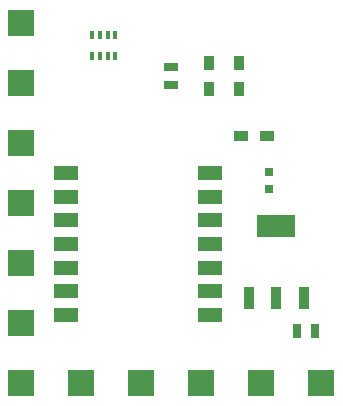
<source format=gts>
G04 #@! TF.FileFunction,Soldermask,Top*
%FSLAX46Y46*%
G04 Gerber Fmt 4.6, Leading zero omitted, Abs format (unit mm)*
G04 Created by KiCad (PCBNEW 0.201412131231+5320~19~ubuntu14.04.1-product) date Mon 15 Dec 2014 13:13:02 AEDT*
%MOMM*%
G01*
G04 APERTURE LIST*
%ADD10C,0.100000*%
%ADD11R,0.635000X1.143000*%
%ADD12R,1.143000X0.635000*%
%ADD13R,0.797560X0.797560*%
%ADD14R,0.950000X1.900000*%
%ADD15R,3.250000X1.900000*%
%ADD16R,2.235200X2.235200*%
%ADD17R,0.900000X1.200000*%
%ADD18R,1.200000X0.900000*%
%ADD19R,2.000000X1.250000*%
%ADD20R,0.350000X0.700000*%
G04 APERTURE END LIST*
D10*
D11*
X148463000Y-122555000D03*
X149987000Y-122555000D03*
D12*
X137795000Y-100203000D03*
X137795000Y-101727000D03*
D13*
X146050000Y-110604300D03*
X146050000Y-109105700D03*
D14*
X146685000Y-119765000D03*
D15*
X146685000Y-113665000D03*
D14*
X144385000Y-119765000D03*
X148985000Y-119765000D03*
D16*
X125095000Y-101600000D03*
X150495000Y-127000000D03*
X125095000Y-96520000D03*
X130175000Y-127000000D03*
X135255000Y-127000000D03*
X140335000Y-127000000D03*
X125095000Y-116840000D03*
X125095000Y-106680000D03*
X125095000Y-111760000D03*
X125095000Y-127000000D03*
X125095000Y-121920000D03*
X145415000Y-127000000D03*
D17*
X140970000Y-99865000D03*
X140970000Y-102065000D03*
X143510000Y-99865000D03*
X143510000Y-102065000D03*
D18*
X143680000Y-106045000D03*
X145880000Y-106045000D03*
D19*
X128905000Y-121225000D03*
X128905000Y-119225000D03*
X128905000Y-117225000D03*
X128905000Y-115225000D03*
X128905000Y-113225000D03*
X128905000Y-111225000D03*
X128905000Y-109225000D03*
X141065000Y-109225000D03*
X141065000Y-111225000D03*
X141065000Y-113225000D03*
X141065000Y-115225000D03*
X141065000Y-117225000D03*
X141065000Y-119225000D03*
X141065000Y-121225000D03*
D20*
X133055000Y-99325000D03*
X132405000Y-99325000D03*
X131755000Y-99325000D03*
X131105000Y-99325000D03*
X131105000Y-97525000D03*
X131755000Y-97525000D03*
X132405000Y-97525000D03*
X133055000Y-97525000D03*
M02*

</source>
